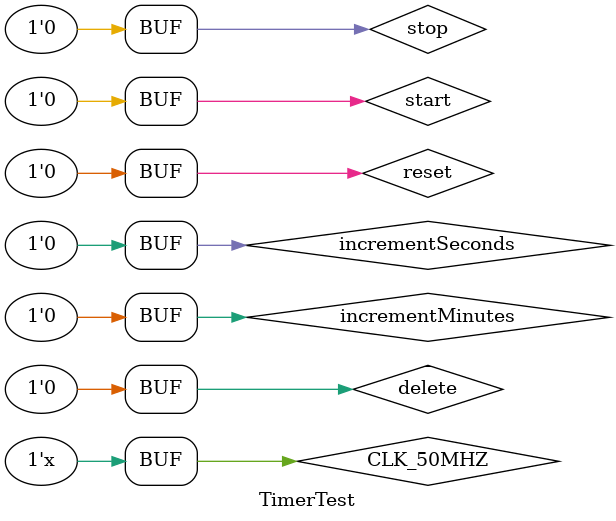
<source format=v>
`timescale 1ns / 1ps


module TimerTest;

	// Inputs
	reg CLK_50MHZ = 0;
	reg incrementSeconds;
	reg incrementMinutes;
	reg reset;
	reg start;
	reg stop;
	reg delete;

	// Outputs
	wire hsync;
	wire vsync;
	wire [2:0] rgb;

	// Instantiate the Unit Under Test (UUT)
	Temporizador uut (
		.CLK_50MHZ(CLK_50MHZ), 
		.incrementSeconds(incrementSeconds), 
		.incrementMinutes(incrementMinutes), 
		.reset(reset), 
		.start(start), 
		.stop(stop), 
		.delete(delete), 
		.hsync(hsync), 
		.vsync(vsync), 
		.rgb(rgb)
	);
	always #5 CLK_50MHZ = ~CLK_50MHZ;
	initial begin
		// Initialize Inputs
		CLK_50MHZ = 0;
		incrementSeconds = 0;
		incrementMinutes = 0;
		reset = 0;
		start = 0;
		stop = 0;
		delete = 0;

		// Wait 100 ns for global reset to finish
		#100;
        
		// Add stimulus here

	end
      
endmodule


</source>
